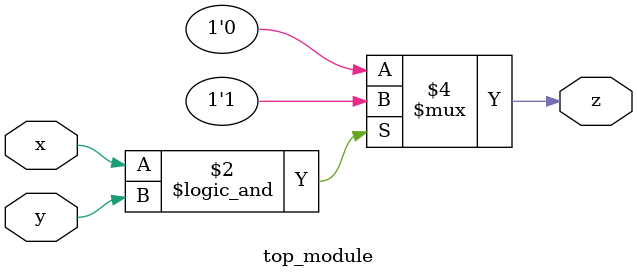
<source format=sv>
module top_module(
  input x,
  input y,
  output z);

  reg z;
  
  always @* begin
    if (x && y)
      z = 1;
    else
      z = 0;
  end

endmodule

</source>
